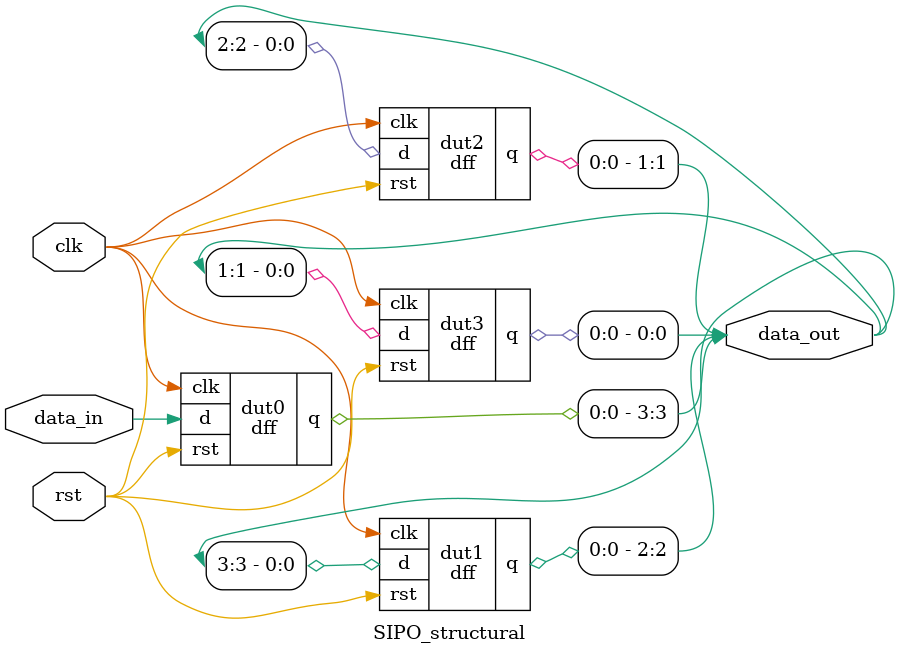
<source format=v>
module dff(
  output reg q,
  input clk, rst, d
);
  always @(posedge clk) begin
    if (rst)
      q <= 1'b0;
    else
      q <= d;
  end
endmodule

module SIPO_structural(
  output [3:0] data_out,
  input clk, rst, data_in
);
  dff dut0(data_out[3], clk, rst, data_in);
  dff dut1(data_out[2], clk, rst, data_out[3]);
  dff dut2(data_out[1], clk, rst, data_out[2]);
  dff dut3(data_out[0], clk, rst, data_out[1]);
endmodule

</source>
